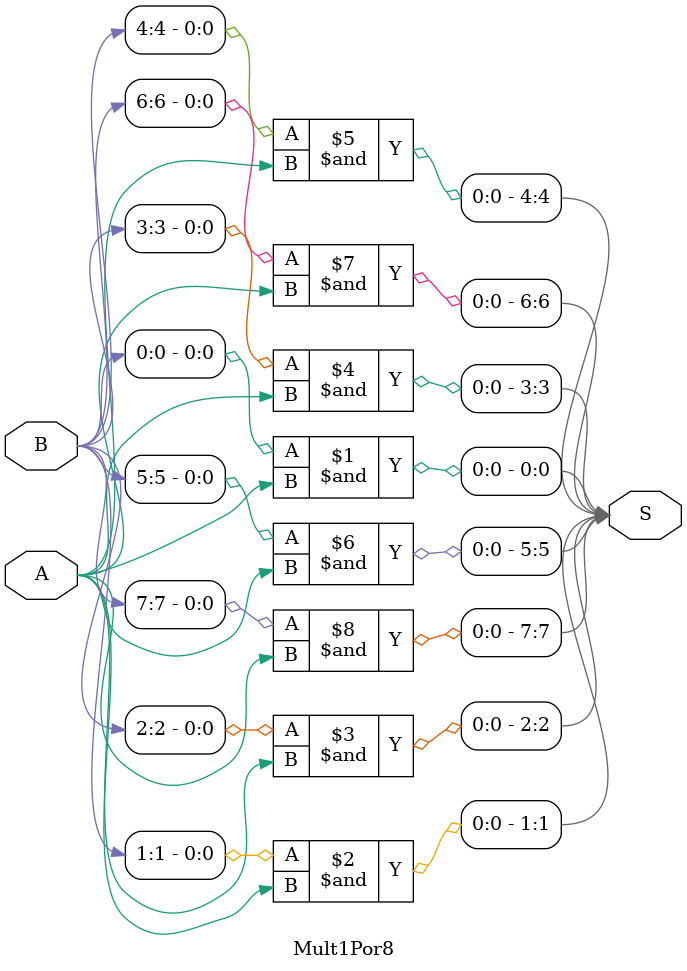
<source format=v>
module Mult1Por8(S, A, B);
	input A;
	input [7:0] B;
	output [7:0] S;
	
	and And0(S[0], B[0], A);
	and And1(S[1], B[1], A);
	and And2(S[2], B[2], A);
	and And3(S[3], B[3], A);
	and And4(S[4], B[4], A);
	and And5(S[5], B[5], A);
	and And6(S[6], B[6], A);
	and And7(S[7], B[7], A);

endmodule
</source>
